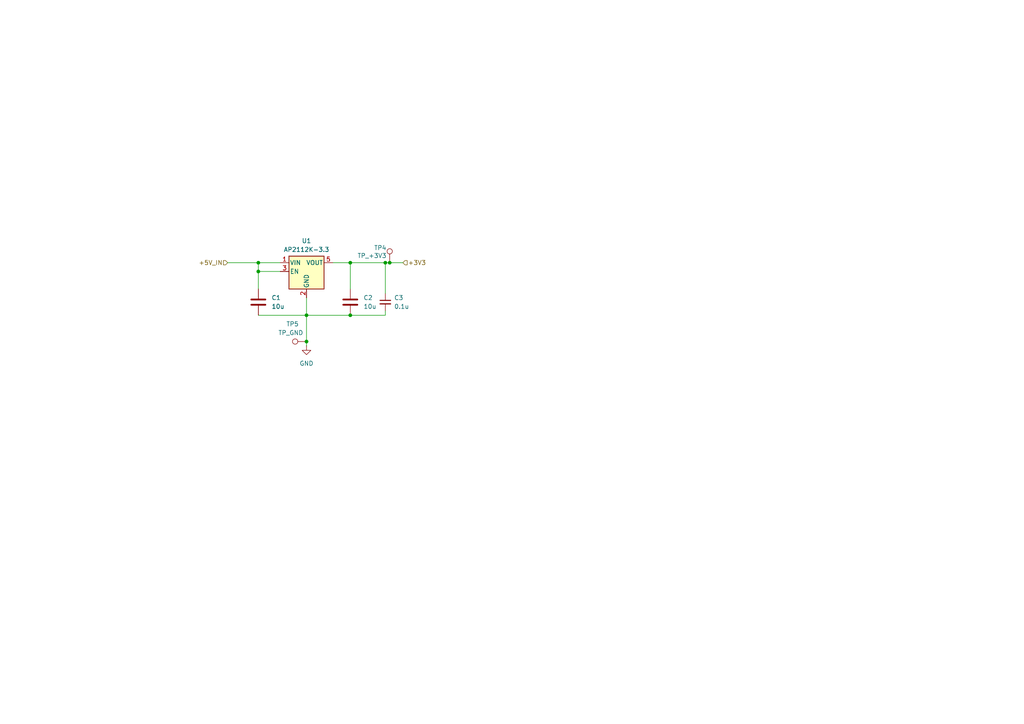
<source format=kicad_sch>
(kicad_sch (version 20250114) (generator "eeschema") (generator_version "9.0")
  (paper "A4")
  (lib_symbols
    (symbol "Connector:TestPoint" (pin_numbers (hide yes)) (pin_names (offset 0.762) (hide yes))
      (property "Reference" "TP" (at 0 6.858 0))
      (property "Value" "TestPoint" (at 0 5.08 0))
      (symbol "TestPoint_0_1"
        (circle (center 0 3.302) (radius 0.762))
      )
      (symbol "TestPoint_1_1"
        (pin passive line (at 0 0 90) (length 2.54) (name "1") (number "1"))
      )
    )
    (symbol "Device:C" (pin_numbers (hide yes)) (pin_names (offset 0.254))
      (property "Reference" "C" (at 0.635 2.54 0))
      (property "Value" "C" (at 0.635 -2.54 0))
      (symbol "C_0_1"
        (polyline (pts (xy -2.032 0.762) (xy 2.032 0.762)) (stroke (width 0.508)))
        (polyline (pts (xy -2.032 -0.762) (xy 2.032 -0.762)) (stroke (width 0.508)))
      )
      (symbol "C_1_1"
        (pin passive line (at 0 3.81 270) (length 2.794) (name "~") (number "1"))
        (pin passive line (at 0 -3.81 90) (length 2.794) (name "~") (number "2"))
      )
    )
    (symbol "Device:C_Small" (pin_numbers (hide yes)) (pin_names (offset 0.254) (hide yes))
      (property "Reference" "C" (at 0.254 1.778 0))
      (property "Value" "C_Small" (at 0.254 -2.032 0))
      (symbol "C_Small_0_1"
        (polyline (pts (xy -1.524 0.508) (xy 1.524 0.508)) (stroke (width 0.3048)))
        (polyline (pts (xy -1.524 -0.508) (xy 1.524 -0.508)) (stroke (width 0.3302)))
      )
      (symbol "C_Small_1_1"
        (pin passive line (at 0 2.54 270) (length 2.032) (name "~") (number "1"))
        (pin passive line (at 0 -2.54 90) (length 2.032) (name "~") (number "2"))
      )
    )
    (symbol "Regulator_Linear:AP2112K-3.3" (pin_names (offset 0.254))
      (property "Reference" "U" (at -5.08 5.715 0))
      (property "Value" "AP2112K-3.3" (at 0 5.715 0))
      (symbol "AP2112K-3.3_0_1"
        (rectangle (start -5.08 4.445) (end 5.08 -5.08) (stroke (width 0.254)) (fill (type background)))
      )
      (symbol "AP2112K-3.3_1_1"
        (pin power_in line (at -7.62 2.54 0) (length 2.54) (name "VIN") (number "1"))
        (pin input line (at -7.62 0 0) (length 2.54) (name "EN") (number "3"))
        (pin power_in line (at 0 -7.62 90) (length 2.54) (name "GND") (number "2"))
        (pin no_connect line (at 5.08 0 180) (length 2.54) (hide yes) (name "NC") (number "4"))
        (pin power_out line (at 7.62 2.54 180) (length 2.54) (name "VOUT") (number "5"))
      )
    )
    (symbol "power:GND" (power) (pin_numbers (hide yes)) (pin_names (offset 0) (hide yes))
      (property "Value" "GND" (at 0 -3.81 0))
      (symbol "GND_0_1"
        (polyline (pts (xy 0 0) (xy 0 -1.27) (xy 1.27 -1.27) (xy 0 -2.54) (xy -1.27 -1.27) (xy 0 -1.27)))
      )
      (symbol "GND_1_1"
        (pin power_in line (at 0 0 270) (length 0) (name "~") (number "1"))
      )
    )
  )
  (junction (at 101.6 76.2))
  (junction (at 74.93 76.2))
  (junction (at 74.93 78.74))
  (junction (at 88.9 91.44))
  (junction (at 101.6 91.44))
  (junction (at 113.03 76.2))
  (junction (at 88.9 99.06))
  (junction (at 111.76 76.2))
  (wire (pts (xy 101.6 76.2) (xy 111.76 76.2)))
  (wire (pts (xy 74.93 78.74) (xy 74.93 83.82)))
  (wire (pts (xy 66.04 76.2) (xy 74.93 76.2)))
  (wire (pts (xy 88.9 86.36) (xy 88.9 91.44)))
  (wire (pts (xy 74.93 76.2) (xy 81.28 76.2)))
  (wire (pts (xy 111.76 76.2) (xy 113.03 76.2)))
  (wire (pts (xy 111.76 91.44) (xy 101.6 91.44)))
  (wire (pts (xy 88.9 91.44) (xy 88.9 99.06)))
  (wire (pts (xy 113.03 76.2) (xy 116.84 76.2)))
  (wire (pts (xy 88.9 99.06) (xy 88.9 100.33)))
  (wire (pts (xy 101.6 76.2) (xy 101.6 83.82)))
  (wire (pts (xy 74.93 78.74) (xy 74.93 76.2)))
  (wire (pts (xy 74.93 91.44) (xy 88.9 91.44)))
  (wire (pts (xy 96.52 76.2) (xy 101.6 76.2)))
  (wire (pts (xy 111.76 76.2) (xy 111.76 85.09)))
  (wire (pts (xy 111.76 90.17) (xy 111.76 91.44)))
  (wire (pts (xy 88.9 91.44) (xy 101.6 91.44)))
  (wire (pts (xy 81.28 78.74) (xy 74.93 78.74)))
  (hierarchical_label "+3V3" (shape input) (at 116.84 76.2 0))
  (hierarchical_label "+5V_IN" (shape input) (at 66.04 76.2 180))
  (symbol (lib_id "Device:C_Small") (at 111.76 87.63 0) (unit 1)
    (property "Reference" "C3" (at 114.3 86.3662 0) (effects (justify left)))
    (property "Value" "0.1u" (at 114.3 88.9062 0) (effects (justify left)))
    (property "Footprint" "Capacitor_SMD:C_0603_1608Metric" (effects (hide yes)))
    (property "Description" "Unpolarized capacitor, small symbol" (effects (hide yes)))
  )
  (symbol (lib_id "Device:C") (at 74.93 87.63 180) (unit 1)
    (property "Reference" "C1" (at 78.74 86.3599 0) (effects (justify right)))
    (property "Value" "10u" (at 78.74 88.8999 0) (effects (justify right)))
    (property "Footprint" "Capacitor_SMD:C_0603_1608Metric" (effects (hide yes)))
    (property "Description" "Unpolarized capacitor" (effects (hide yes)))
  )
  (symbol (lib_id "Device:C") (at 101.6 87.63 180) (unit 1)
    (property "Reference" "C2" (at 105.41 86.3599 0) (effects (justify right)))
    (property "Value" "10u" (at 105.41 88.8999 0) (effects (justify right)))
    (property "Footprint" "Capacitor_SMD:C_0603_1608Metric" (effects (hide yes)))
    (property "Description" "Unpolarized capacitor" (effects (hide yes)))
  )
  (symbol (lib_id "Connector:TestPoint") (at 113.03 76.2 0) (unit 1)
    (property "Reference" "TP4" (at 108.458 71.882 0) (effects (justify left)))
    (property "Value" "TP_+3V3" (at 103.632 74.168 0) (effects (justify left)))
    (property "Footprint" "TestPoint:TestPoint_Pad_D1.5mm" (effects (hide yes)))
    (property "Description" "test point" (effects (hide yes)))
  )
  (symbol (lib_id "power:GND") (at 88.9 100.33 0) (unit 1)
    (property "Reference" "#PWR02" (effects (hide yes)))
    (property "Value" "GND" (at 88.9 105.41 0))
    (property "Description" "Power symbol creates a global label with name \"GND\" , ground" (effects (hide yes)))
  )
  (symbol (lib_id "Regulator_Linear:AP2112K-3.3") (at 88.9 78.74 0) (unit 1)
    (property "Reference" "U1" (at 88.9 69.85 0))
    (property "Value" "AP2112K-3.3" (at 88.9 72.39 0))
    (property "Footprint" "Package_TO_SOT_SMD:SOT-23-5" (effects (hide yes)))
    (property "Datasheet" "https://www.diodes.com/assets/Datasheets/AP2112.pdf" (effects (hide yes)))
    (property "Description" "600mA low dropout linear regulator, with enable pin, 3.8V-6V input voltage range, 3.3V fixed positive output, SOT-23-5" (effects (hide yes)))
  )
  (symbol (lib_id "Connector:TestPoint") (at 88.9 99.06 90) (unit 1)
    (property "Reference" "TP5" (at 84.836 93.98 90))
    (property "Value" "TP_GND" (at 84.328 96.52 90))
    (property "Footprint" "TestPoint:TestPoint_Pad_D1.5mm" (effects (hide yes)))
    (property "Description" "test point" (effects (hide yes)))
  )
)
</source>
